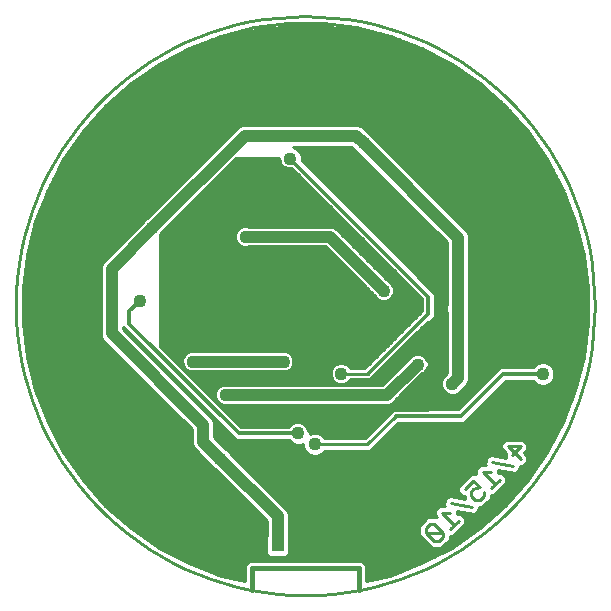
<source format=gbl>
G75*
G70*
%OFA0B0*%
%FSLAX24Y24*%
%IPPOS*%
%LPD*%
%AMOC8*
5,1,8,0,0,1.08239X$1,22.5*
%
%ADD10C,0.0110*%
%ADD11C,0.0100*%
%ADD12C,0.0160*%
%ADD13R,0.0436X0.0436*%
%ADD14C,0.0400*%
%ADD15C,0.0436*%
%ADD16C,0.0120*%
D10*
X022923Y011512D02*
X023480Y011512D01*
X023480Y011373D01*
X023341Y011234D01*
X023202Y011234D01*
X022923Y011512D01*
X022923Y011652D01*
X023063Y011791D01*
X023202Y011791D01*
X023480Y011512D01*
X023727Y011620D02*
X024005Y011899D01*
X023866Y011759D02*
X023449Y012177D01*
X023727Y012177D01*
X023765Y012494D02*
X024461Y012354D01*
X024569Y012601D02*
X024708Y012601D01*
X024847Y012741D01*
X024847Y012880D01*
X024708Y013019D02*
X024499Y013228D01*
X024221Y012949D01*
X024430Y012880D02*
X024430Y012741D01*
X024569Y012601D01*
X024430Y012880D02*
X024499Y012949D01*
X024708Y013019D01*
X025094Y012988D02*
X025373Y013266D01*
X025234Y013127D02*
X024816Y013544D01*
X025094Y013544D01*
X025133Y013861D02*
X025828Y013722D01*
X026075Y013969D02*
X025658Y014386D01*
X026075Y014386D01*
X025797Y014108D01*
D11*
X012236Y012414D02*
X011481Y013266D01*
X010835Y014203D01*
X010306Y015211D01*
X009902Y016275D01*
X009630Y017380D01*
X009493Y018510D01*
X009475Y019079D01*
X009493Y019648D01*
X009630Y020778D01*
X009902Y021883D01*
X010306Y022947D01*
X010835Y023955D01*
X011481Y024892D01*
X012236Y025744D01*
X013088Y026499D01*
X014025Y027145D01*
X015033Y027674D01*
X016097Y028078D01*
X017202Y028350D01*
X018332Y028487D01*
X018901Y028505D01*
X019470Y028487D01*
X020600Y028350D01*
X021705Y028078D01*
X022769Y027674D01*
X023777Y027145D01*
X024714Y026499D01*
X025566Y025744D01*
X026321Y024892D01*
X026967Y023955D01*
X027496Y022947D01*
X027900Y021883D01*
X028172Y020778D01*
X028309Y019648D01*
X028327Y019079D01*
X028309Y018510D01*
X028172Y017380D01*
X027900Y016275D01*
X027900Y016275D01*
X027496Y015211D01*
X026967Y014203D01*
X026321Y013266D01*
X025566Y012414D01*
X024714Y011659D01*
X023777Y011013D01*
X022769Y010484D01*
X021705Y010080D01*
X020923Y009887D01*
X020923Y010369D01*
X020885Y010461D01*
X020814Y010531D01*
X020722Y010569D01*
X017080Y010569D01*
X016988Y010531D01*
X016917Y010461D01*
X016879Y010369D01*
X016879Y009887D01*
X016097Y010080D01*
X015033Y010484D01*
X014025Y011013D01*
X013088Y011659D01*
X012236Y012414D01*
X012265Y012388D02*
X017116Y012388D01*
X017214Y012290D02*
X012376Y012290D01*
X012487Y012191D02*
X017313Y012191D01*
X017411Y012093D02*
X012599Y012093D01*
X012710Y011994D02*
X017510Y011994D01*
X017606Y011898D02*
X017606Y011394D01*
X017588Y011375D01*
X017588Y010798D01*
X017687Y010699D01*
X018264Y010699D01*
X018364Y010798D01*
X018364Y011375D01*
X018346Y011394D01*
X018346Y012125D01*
X018289Y012261D01*
X016394Y014157D01*
X016376Y014200D01*
X016267Y014310D01*
X016223Y014328D01*
X015865Y014685D01*
X015865Y015176D01*
X015809Y015312D01*
X012814Y018307D01*
X012814Y018364D01*
X012940Y018239D01*
X016581Y014597D01*
X018346Y014597D01*
X018445Y014498D01*
X018588Y014439D01*
X018742Y014439D01*
X018828Y014474D01*
X018828Y014376D01*
X018887Y014233D01*
X018996Y014124D01*
X019139Y014065D01*
X019293Y014065D01*
X019436Y014124D01*
X019545Y014233D01*
X021059Y014233D01*
X021188Y014362D01*
X021994Y015168D01*
X024193Y015168D01*
X025591Y016566D01*
X026496Y016566D01*
X026595Y016467D01*
X026737Y016407D01*
X026892Y016407D01*
X027034Y016467D01*
X027143Y016576D01*
X027203Y016718D01*
X027203Y016873D01*
X027143Y017015D01*
X027034Y017125D01*
X026892Y017184D01*
X026737Y017184D01*
X026595Y017125D01*
X026496Y017026D01*
X025400Y017026D01*
X025265Y016891D01*
X024003Y015628D01*
X021818Y015628D01*
X021683Y015493D01*
X021683Y015479D01*
X020877Y014673D01*
X019545Y014673D01*
X019436Y014782D01*
X019293Y014841D01*
X019139Y014841D01*
X019053Y014806D01*
X019053Y014904D01*
X018994Y015047D01*
X018885Y015156D01*
X018742Y015215D01*
X018588Y015215D01*
X018445Y015156D01*
X018346Y015057D01*
X016772Y015057D01*
X016105Y015724D01*
X016166Y015699D01*
X016321Y015699D01*
X016364Y015717D01*
X021691Y015717D01*
X021827Y015773D01*
X021931Y015877D01*
X022817Y016763D01*
X022861Y016781D01*
X022970Y016891D01*
X023029Y017033D01*
X023029Y017188D01*
X022970Y017330D01*
X022861Y017440D01*
X022718Y017499D01*
X022564Y017499D01*
X022421Y017440D01*
X022312Y017330D01*
X022294Y017287D01*
X021464Y016457D01*
X020298Y016457D01*
X020322Y016467D01*
X020431Y016576D01*
X021079Y016576D01*
X021088Y016585D01*
X021103Y016585D01*
X023091Y018573D01*
X023225Y018708D01*
X023225Y019470D01*
X018777Y023918D01*
X018777Y024058D01*
X018718Y024200D01*
X018609Y024310D01*
X018491Y024359D01*
X020441Y024359D01*
X020493Y024306D01*
X020511Y024263D01*
X020620Y024154D01*
X020664Y024135D01*
X023610Y021190D01*
X023610Y019101D01*
X023592Y019058D01*
X023592Y018903D01*
X023610Y018860D01*
X023610Y016821D01*
X022900Y016821D01*
X022982Y016919D02*
X023610Y016919D01*
X023610Y016821D02*
X023583Y016810D01*
X023474Y016700D01*
X023414Y016558D01*
X023414Y016403D01*
X023474Y016261D01*
X023583Y016152D01*
X023725Y016092D01*
X023880Y016092D01*
X024022Y016152D01*
X024132Y016261D01*
X024150Y016304D01*
X024293Y016448D01*
X024350Y016584D01*
X024350Y018860D01*
X024368Y018903D01*
X024368Y019058D01*
X024350Y019101D01*
X024350Y021416D01*
X024293Y021552D01*
X024189Y021656D01*
X021187Y024659D01*
X021169Y024702D01*
X021060Y024812D01*
X021016Y024830D01*
X020804Y025042D01*
X020668Y025099D01*
X016800Y025099D01*
X016664Y025042D01*
X016560Y024938D01*
X013626Y022005D01*
X013583Y021987D01*
X013474Y021878D01*
X013455Y021834D01*
X012131Y020509D01*
X012074Y020373D01*
X012074Y018080D01*
X012131Y017944D01*
X012235Y017840D01*
X015125Y014949D01*
X010443Y014949D01*
X010495Y014851D02*
X015125Y014851D01*
X015125Y014949D02*
X015125Y014458D01*
X015182Y014322D01*
X015286Y014218D01*
X015700Y013804D01*
X015718Y013761D01*
X015827Y013652D01*
X015871Y013633D01*
X017606Y011898D01*
X017606Y011896D02*
X012821Y011896D01*
X012932Y011797D02*
X017606Y011797D01*
X017606Y011699D02*
X013043Y011699D01*
X013173Y011600D02*
X017606Y011600D01*
X017606Y011502D02*
X013316Y011502D01*
X013459Y011403D02*
X017606Y011403D01*
X017588Y011305D02*
X013602Y011305D01*
X013744Y011206D02*
X017588Y011206D01*
X017588Y011108D02*
X013887Y011108D01*
X014031Y011009D02*
X017588Y011009D01*
X017588Y010911D02*
X014219Y010911D01*
X014406Y010812D02*
X017588Y010812D01*
X017672Y010714D02*
X014594Y010714D01*
X014782Y010615D02*
X023020Y010615D01*
X022832Y010517D02*
X020829Y010517D01*
X020902Y010418D02*
X022597Y010418D01*
X022337Y010320D02*
X020923Y010320D01*
X020923Y010221D02*
X022078Y010221D01*
X021818Y010123D02*
X020923Y010123D01*
X020923Y010024D02*
X021479Y010024D01*
X021079Y009926D02*
X020923Y009926D01*
X022698Y011419D02*
X022754Y011363D01*
X022977Y011141D01*
X023109Y011009D01*
X023434Y011009D01*
X023573Y011148D01*
X023705Y011280D01*
X023705Y011395D01*
X023820Y011395D01*
X023959Y011534D01*
X024091Y011666D01*
X024091Y011666D01*
X024230Y011805D01*
X024230Y011992D01*
X024099Y012124D01*
X023952Y012124D01*
X023952Y012227D01*
X024508Y012115D01*
X024664Y012219D01*
X024695Y012376D01*
X024801Y012376D01*
X024941Y012516D01*
X025072Y012647D01*
X025072Y012763D01*
X025188Y012763D01*
X025327Y012902D01*
X025459Y013034D01*
X025598Y013173D01*
X025598Y013359D01*
X025466Y013491D01*
X025319Y013491D01*
X025319Y013594D01*
X025876Y013483D01*
X026031Y013586D01*
X026062Y013744D01*
X026169Y013744D01*
X026300Y013875D01*
X026300Y014062D01*
X026185Y014177D01*
X026300Y014293D01*
X026300Y014479D01*
X026169Y014611D01*
X025565Y014611D01*
X025433Y014479D01*
X025433Y014293D01*
X025441Y014285D01*
X025572Y014154D01*
X025572Y014015D01*
X025587Y013999D01*
X025085Y014100D01*
X024930Y013996D01*
X024894Y013814D01*
X024923Y013769D01*
X024909Y013769D01*
X024909Y013769D01*
X024723Y013769D01*
X024656Y013702D01*
X024591Y013637D01*
X024591Y013453D01*
X024406Y013453D01*
X024274Y013321D01*
X023996Y013043D01*
X023996Y012856D01*
X024128Y012724D01*
X024205Y012724D01*
X024205Y012647D01*
X024220Y012632D01*
X023718Y012732D01*
X023563Y012629D01*
X023526Y012446D01*
X023556Y012402D01*
X023542Y012402D01*
X023355Y012402D01*
X023289Y012335D01*
X023224Y012270D01*
X023224Y012084D01*
X023283Y012024D01*
X023292Y012016D01*
X022969Y012016D01*
X022880Y011927D01*
X022830Y011877D01*
X022774Y011820D01*
X022698Y011745D01*
X022698Y011745D01*
X022698Y011635D01*
X022698Y011558D01*
X022698Y011558D01*
X022698Y011419D01*
X022698Y011419D01*
X022698Y011419D01*
X022714Y011403D02*
X018346Y011403D01*
X018346Y011502D02*
X022698Y011502D01*
X022698Y011600D02*
X018346Y011600D01*
X018346Y011699D02*
X022698Y011699D01*
X022698Y011745D02*
X022698Y011745D01*
X022751Y011797D02*
X018346Y011797D01*
X018346Y011896D02*
X022849Y011896D01*
X022830Y011877D02*
X022830Y011877D01*
X022948Y011994D02*
X018346Y011994D01*
X018346Y012093D02*
X023224Y012093D01*
X023224Y012191D02*
X018318Y012191D01*
X018261Y012290D02*
X023243Y012290D01*
X023342Y012388D02*
X018162Y012388D01*
X018064Y012487D02*
X023534Y012487D01*
X023542Y012402D02*
X023542Y012402D01*
X023554Y012585D02*
X017965Y012585D01*
X017867Y012684D02*
X023645Y012684D01*
X023961Y012684D02*
X024205Y012684D01*
X024070Y012782D02*
X017768Y012782D01*
X017670Y012881D02*
X023996Y012881D01*
X023996Y012979D02*
X017571Y012979D01*
X017473Y013078D02*
X024031Y013078D01*
X024130Y013176D02*
X017374Y013176D01*
X017276Y013275D02*
X024228Y013275D01*
X024327Y013373D02*
X017177Y013373D01*
X017079Y013472D02*
X024591Y013472D01*
X024591Y013570D02*
X016980Y013570D01*
X016882Y013669D02*
X024622Y013669D01*
X024721Y013767D02*
X016783Y013767D01*
X016685Y013866D02*
X024904Y013866D01*
X024924Y013964D02*
X016586Y013964D01*
X016488Y014063D02*
X025030Y014063D01*
X025270Y014063D02*
X025572Y014063D01*
X025565Y014161D02*
X019473Y014161D01*
X019216Y014453D02*
X020968Y014453D01*
X021913Y015398D01*
X021730Y015540D02*
X016289Y015540D01*
X016387Y015442D02*
X021646Y015442D01*
X021547Y015343D02*
X016486Y015343D01*
X016584Y015245D02*
X021449Y015245D01*
X021350Y015146D02*
X018894Y015146D01*
X018993Y015048D02*
X021252Y015048D01*
X021153Y014949D02*
X019034Y014949D01*
X019053Y014851D02*
X021055Y014851D01*
X020956Y014752D02*
X019466Y014752D01*
X018828Y014457D02*
X018785Y014457D01*
X018835Y014358D02*
X016192Y014358D01*
X016094Y014457D02*
X018544Y014457D01*
X018388Y014555D02*
X015995Y014555D01*
X015897Y014654D02*
X016525Y014654D01*
X016426Y014752D02*
X015865Y014752D01*
X015865Y014851D02*
X016328Y014851D01*
X016229Y014949D02*
X015865Y014949D01*
X015865Y015048D02*
X016131Y015048D01*
X016032Y015146D02*
X015865Y015146D01*
X015837Y015245D02*
X015934Y015245D01*
X015835Y015343D02*
X015778Y015343D01*
X015737Y015442D02*
X015680Y015442D01*
X015638Y015540D02*
X015581Y015540D01*
X015540Y015639D02*
X015483Y015639D01*
X015441Y015737D02*
X015384Y015737D01*
X015343Y015836D02*
X015286Y015836D01*
X015244Y015934D02*
X015187Y015934D01*
X015146Y016033D02*
X015089Y016033D01*
X015047Y016131D02*
X014990Y016131D01*
X014949Y016230D02*
X014892Y016230D01*
X014850Y016328D02*
X014793Y016328D01*
X014752Y016427D02*
X014695Y016427D01*
X014653Y016525D02*
X014596Y016525D01*
X014555Y016624D02*
X014498Y016624D01*
X014456Y016722D02*
X014399Y016722D01*
X014358Y016821D02*
X014301Y016821D01*
X014259Y016919D02*
X014202Y016919D01*
X014161Y017018D02*
X014104Y017018D01*
X014062Y017116D02*
X014005Y017116D01*
X013964Y017215D02*
X013907Y017215D01*
X013865Y017313D02*
X013808Y017313D01*
X013767Y017412D02*
X013710Y017412D01*
X013668Y017510D02*
X013611Y017510D01*
X013570Y017609D02*
X013513Y017609D01*
X013471Y017707D02*
X013414Y017707D01*
X013373Y017806D02*
X013316Y017806D01*
X013274Y017904D02*
X013217Y017904D01*
X013176Y018003D02*
X013119Y018003D01*
X013077Y018101D02*
X013020Y018101D01*
X012979Y018200D02*
X012922Y018200D01*
X012880Y018298D02*
X012823Y018298D01*
X012269Y017806D02*
X009578Y017806D01*
X009566Y017904D02*
X012171Y017904D01*
X012106Y018003D02*
X009554Y018003D01*
X009542Y018101D02*
X012074Y018101D01*
X012074Y018200D02*
X009530Y018200D01*
X009518Y018298D02*
X012074Y018298D01*
X012074Y018397D02*
X009506Y018397D01*
X009494Y018495D02*
X012074Y018495D01*
X012074Y018594D02*
X009490Y018594D01*
X009487Y018692D02*
X012074Y018692D01*
X012074Y018791D02*
X009484Y018791D01*
X009481Y018889D02*
X012074Y018889D01*
X012074Y018988D02*
X009478Y018988D01*
X009476Y019086D02*
X012074Y019086D01*
X012074Y019185D02*
X009479Y019185D01*
X009482Y019283D02*
X012074Y019283D01*
X012074Y019382D02*
X009484Y019382D01*
X009487Y019480D02*
X012074Y019480D01*
X012074Y019579D02*
X009490Y019579D01*
X009496Y019677D02*
X012074Y019677D01*
X012074Y019776D02*
X009508Y019776D01*
X009520Y019874D02*
X012074Y019874D01*
X012074Y019973D02*
X009532Y019973D01*
X009544Y020071D02*
X012074Y020071D01*
X012074Y020170D02*
X009556Y020170D01*
X009568Y020268D02*
X012074Y020268D01*
X012074Y020367D02*
X009580Y020367D01*
X009592Y020465D02*
X012113Y020465D01*
X012185Y020564D02*
X009604Y020564D01*
X009616Y020662D02*
X012284Y020662D01*
X012382Y020761D02*
X009628Y020761D01*
X009650Y020859D02*
X012481Y020859D01*
X012579Y020958D02*
X009674Y020958D01*
X009698Y021056D02*
X012678Y021056D01*
X012776Y021155D02*
X009723Y021155D01*
X009747Y021253D02*
X012875Y021253D01*
X012973Y021352D02*
X009771Y021352D01*
X009795Y021450D02*
X013072Y021450D01*
X013170Y021549D02*
X009820Y021549D01*
X009844Y021647D02*
X013269Y021647D01*
X013367Y021746D02*
X009868Y021746D01*
X009893Y021844D02*
X013460Y021844D01*
X013539Y021943D02*
X009925Y021943D01*
X009962Y022041D02*
X013663Y022041D01*
X013761Y022140D02*
X009999Y022140D01*
X010037Y022238D02*
X013860Y022238D01*
X013958Y022337D02*
X010074Y022337D01*
X010112Y022435D02*
X014057Y022435D01*
X014155Y022534D02*
X010149Y022534D01*
X010186Y022632D02*
X014254Y022632D01*
X014352Y022731D02*
X010224Y022731D01*
X010261Y022829D02*
X014451Y022829D01*
X014549Y022928D02*
X010298Y022928D01*
X010347Y023026D02*
X014648Y023026D01*
X014746Y023125D02*
X010399Y023125D01*
X010451Y023223D02*
X014845Y023223D01*
X014943Y023322D02*
X010502Y023322D01*
X010554Y023420D02*
X015042Y023420D01*
X015140Y023519D02*
X010606Y023519D01*
X010657Y023617D02*
X015239Y023617D01*
X015337Y023716D02*
X010709Y023716D01*
X010761Y023814D02*
X015436Y023814D01*
X015534Y023913D02*
X010812Y023913D01*
X010873Y024011D02*
X015633Y024011D01*
X015731Y024110D02*
X010941Y024110D01*
X011009Y024208D02*
X015830Y024208D01*
X015928Y024307D02*
X011077Y024307D01*
X011145Y024405D02*
X016027Y024405D01*
X016125Y024504D02*
X011213Y024504D01*
X011281Y024602D02*
X016224Y024602D01*
X016322Y024701D02*
X011349Y024701D01*
X011417Y024799D02*
X016421Y024799D01*
X016519Y024898D02*
X011486Y024898D01*
X011574Y024996D02*
X016618Y024996D01*
X016791Y025095D02*
X011661Y025095D01*
X011748Y025193D02*
X026054Y025193D01*
X026141Y025095D02*
X020677Y025095D01*
X020849Y024996D02*
X026228Y024996D01*
X026316Y024898D02*
X020948Y024898D01*
X021072Y024799D02*
X026385Y024799D01*
X026453Y024701D02*
X021170Y024701D01*
X021243Y024602D02*
X026521Y024602D01*
X026589Y024504D02*
X021342Y024504D01*
X021440Y024405D02*
X026657Y024405D01*
X026725Y024307D02*
X021539Y024307D01*
X021637Y024208D02*
X026793Y024208D01*
X026861Y024110D02*
X021736Y024110D01*
X021834Y024011D02*
X026929Y024011D01*
X026990Y023913D02*
X021933Y023913D01*
X022031Y023814D02*
X027041Y023814D01*
X027093Y023716D02*
X022130Y023716D01*
X022228Y023617D02*
X027145Y023617D01*
X027196Y023519D02*
X022327Y023519D01*
X022425Y023420D02*
X027248Y023420D01*
X027300Y023322D02*
X022524Y023322D01*
X022622Y023223D02*
X027351Y023223D01*
X027403Y023125D02*
X022721Y023125D01*
X022819Y023026D02*
X027455Y023026D01*
X027504Y022928D02*
X022918Y022928D01*
X023016Y022829D02*
X027541Y022829D01*
X027578Y022731D02*
X023115Y022731D01*
X023213Y022632D02*
X027616Y022632D01*
X027653Y022534D02*
X023312Y022534D01*
X023410Y022435D02*
X027690Y022435D01*
X027728Y022337D02*
X023509Y022337D01*
X023607Y022238D02*
X027765Y022238D01*
X027803Y022140D02*
X023706Y022140D01*
X023804Y022041D02*
X027840Y022041D01*
X027877Y021943D02*
X023903Y021943D01*
X024001Y021844D02*
X027909Y021844D01*
X027934Y021746D02*
X024100Y021746D01*
X024198Y021647D02*
X027958Y021647D01*
X027982Y021549D02*
X024295Y021549D01*
X024336Y021450D02*
X028007Y021450D01*
X028031Y021352D02*
X024350Y021352D01*
X024350Y021253D02*
X028055Y021253D01*
X028079Y021155D02*
X024350Y021155D01*
X024350Y021056D02*
X028104Y021056D01*
X028128Y020958D02*
X024350Y020958D01*
X024350Y020859D02*
X028152Y020859D01*
X028174Y020761D02*
X024350Y020761D01*
X024350Y020662D02*
X028186Y020662D01*
X028198Y020564D02*
X024350Y020564D01*
X024350Y020465D02*
X028210Y020465D01*
X028222Y020367D02*
X024350Y020367D01*
X024350Y020268D02*
X028234Y020268D01*
X028246Y020170D02*
X024350Y020170D01*
X024350Y020071D02*
X028258Y020071D01*
X028270Y019973D02*
X024350Y019973D01*
X024350Y019874D02*
X028282Y019874D01*
X028294Y019776D02*
X024350Y019776D01*
X024350Y019677D02*
X028306Y019677D01*
X028312Y019579D02*
X024350Y019579D01*
X024350Y019480D02*
X028315Y019480D01*
X028318Y019382D02*
X024350Y019382D01*
X024350Y019283D02*
X028321Y019283D01*
X028323Y019185D02*
X024350Y019185D01*
X024356Y019086D02*
X028326Y019086D01*
X028324Y018988D02*
X024368Y018988D01*
X024362Y018889D02*
X028321Y018889D01*
X028318Y018791D02*
X024350Y018791D01*
X024350Y018692D02*
X028315Y018692D01*
X028312Y018594D02*
X024350Y018594D01*
X024350Y018495D02*
X028308Y018495D01*
X028296Y018397D02*
X024350Y018397D01*
X024350Y018298D02*
X028284Y018298D01*
X028272Y018200D02*
X024350Y018200D01*
X024350Y018101D02*
X028260Y018101D01*
X028248Y018003D02*
X024350Y018003D01*
X024350Y017904D02*
X028236Y017904D01*
X028224Y017806D02*
X024350Y017806D01*
X024350Y017707D02*
X028212Y017707D01*
X028200Y017609D02*
X024350Y017609D01*
X024350Y017510D02*
X028188Y017510D01*
X028176Y017412D02*
X024350Y017412D01*
X024350Y017313D02*
X028156Y017313D01*
X028132Y017215D02*
X024350Y017215D01*
X024350Y017116D02*
X026586Y017116D01*
X027042Y017116D02*
X028107Y017116D01*
X028083Y017018D02*
X027141Y017018D01*
X027183Y016919D02*
X028059Y016919D01*
X028034Y016821D02*
X027203Y016821D01*
X027203Y016722D02*
X028010Y016722D01*
X027986Y016624D02*
X027163Y016624D01*
X027093Y016525D02*
X027962Y016525D01*
X027937Y016427D02*
X026938Y016427D01*
X026690Y016427D02*
X025452Y016427D01*
X025551Y016525D02*
X026536Y016525D01*
X025354Y016328D02*
X027913Y016328D01*
X027883Y016230D02*
X025255Y016230D01*
X025157Y016131D02*
X027845Y016131D01*
X027808Y016033D02*
X025058Y016033D01*
X024960Y015934D02*
X027771Y015934D01*
X027733Y015836D02*
X024861Y015836D01*
X024763Y015737D02*
X027696Y015737D01*
X027659Y015639D02*
X024664Y015639D01*
X024566Y015540D02*
X027621Y015540D01*
X027584Y015442D02*
X024467Y015442D01*
X024369Y015343D02*
X027547Y015343D01*
X027509Y015245D02*
X024270Y015245D01*
X024014Y015639D02*
X016190Y015639D01*
X016683Y015146D02*
X018435Y015146D01*
X018876Y014260D02*
X016316Y014260D01*
X016392Y014161D02*
X018959Y014161D01*
X017017Y012487D02*
X012172Y012487D01*
X012084Y012585D02*
X016919Y012585D01*
X016820Y012684D02*
X011997Y012684D01*
X011910Y012782D02*
X016722Y012782D01*
X016623Y012881D02*
X011823Y012881D01*
X011735Y012979D02*
X016525Y012979D01*
X016426Y013078D02*
X011648Y013078D01*
X011561Y013176D02*
X016328Y013176D01*
X016229Y013275D02*
X011475Y013275D01*
X011407Y013373D02*
X016131Y013373D01*
X016032Y013472D02*
X011339Y013472D01*
X011271Y013570D02*
X015934Y013570D01*
X015810Y013669D02*
X011203Y013669D01*
X011135Y013767D02*
X015715Y013767D01*
X015638Y013866D02*
X011067Y013866D01*
X010999Y013964D02*
X015540Y013964D01*
X015441Y014063D02*
X010931Y014063D01*
X010863Y014161D02*
X015343Y014161D01*
X015244Y014260D02*
X010805Y014260D01*
X010753Y014358D02*
X015167Y014358D01*
X015126Y014457D02*
X010701Y014457D01*
X010650Y014555D02*
X015125Y014555D01*
X015125Y014654D02*
X010598Y014654D01*
X010546Y014752D02*
X015125Y014752D01*
X015027Y015048D02*
X010391Y015048D01*
X010339Y015146D02*
X014929Y015146D01*
X014830Y015245D02*
X010293Y015245D01*
X010255Y015343D02*
X014732Y015343D01*
X014633Y015442D02*
X010218Y015442D01*
X010181Y015540D02*
X014535Y015540D01*
X014436Y015639D02*
X010143Y015639D01*
X010106Y015737D02*
X014338Y015737D01*
X014239Y015836D02*
X010069Y015836D01*
X010031Y015934D02*
X014141Y015934D01*
X014042Y016033D02*
X009994Y016033D01*
X009957Y016131D02*
X013944Y016131D01*
X013845Y016230D02*
X009919Y016230D01*
X009889Y016328D02*
X013747Y016328D01*
X013648Y016427D02*
X009865Y016427D01*
X009840Y016525D02*
X013550Y016525D01*
X013451Y016624D02*
X009816Y016624D01*
X009792Y016722D02*
X013353Y016722D01*
X013254Y016821D02*
X009768Y016821D01*
X009743Y016919D02*
X013156Y016919D01*
X013057Y017018D02*
X009719Y017018D01*
X009695Y017116D02*
X012959Y017116D01*
X012860Y017215D02*
X009670Y017215D01*
X009646Y017313D02*
X012762Y017313D01*
X012663Y017412D02*
X009626Y017412D01*
X009614Y017510D02*
X012565Y017510D01*
X012466Y017609D02*
X009602Y017609D01*
X009590Y017707D02*
X012368Y017707D01*
X018901Y028725D02*
X019360Y028714D01*
X019818Y028681D01*
X020274Y028627D01*
X020727Y028551D01*
X021175Y028453D01*
X021619Y028334D01*
X022056Y028194D01*
X022486Y028034D01*
X022908Y027853D01*
X023321Y027653D01*
X023724Y027433D01*
X024116Y027194D01*
X024496Y026936D01*
X024864Y026661D01*
X025218Y026369D01*
X025558Y026060D01*
X025882Y025736D01*
X026191Y025396D01*
X026483Y025042D01*
X026758Y024674D01*
X027016Y024294D01*
X027255Y023902D01*
X027475Y023499D01*
X027675Y023086D01*
X027856Y022664D01*
X028016Y022234D01*
X028156Y021797D01*
X028275Y021353D01*
X028373Y020905D01*
X028449Y020452D01*
X028503Y019996D01*
X028536Y019538D01*
X028547Y019079D01*
X025393Y017018D02*
X024350Y017018D01*
X024350Y016919D02*
X025294Y016919D01*
X025196Y016821D02*
X024350Y016821D01*
X024350Y016722D02*
X025097Y016722D01*
X024999Y016624D02*
X024350Y016624D01*
X024325Y016525D02*
X024900Y016525D01*
X024802Y016427D02*
X024272Y016427D01*
X024174Y016328D02*
X024703Y016328D01*
X024605Y016230D02*
X024101Y016230D01*
X023974Y016131D02*
X024506Y016131D01*
X024408Y016033D02*
X022087Y016033D01*
X022185Y016131D02*
X023632Y016131D01*
X023504Y016230D02*
X022284Y016230D01*
X022382Y016328D02*
X023446Y016328D01*
X023414Y016427D02*
X022481Y016427D01*
X022579Y016525D02*
X023414Y016525D01*
X023442Y016624D02*
X022678Y016624D01*
X022776Y016722D02*
X023495Y016722D01*
X023610Y017018D02*
X023023Y017018D01*
X023029Y017116D02*
X023610Y017116D01*
X023610Y017215D02*
X023018Y017215D01*
X022977Y017313D02*
X023610Y017313D01*
X023610Y017412D02*
X022889Y017412D01*
X022394Y017412D02*
X021929Y017412D01*
X021831Y017313D02*
X022305Y017313D01*
X022222Y017215D02*
X021732Y017215D01*
X021634Y017116D02*
X022124Y017116D01*
X022025Y017018D02*
X021535Y017018D01*
X021437Y016919D02*
X021927Y016919D01*
X021828Y016821D02*
X021338Y016821D01*
X021240Y016722D02*
X021730Y016722D01*
X021631Y016624D02*
X021141Y016624D01*
X020988Y016796D02*
X020102Y016796D01*
X020380Y016525D02*
X021533Y016525D01*
X021007Y016815D02*
X020988Y016796D01*
X022028Y017510D02*
X023610Y017510D01*
X023610Y017609D02*
X022126Y017609D01*
X022225Y017707D02*
X023610Y017707D01*
X023610Y017806D02*
X022323Y017806D01*
X022422Y017904D02*
X023610Y017904D01*
X023610Y018003D02*
X022520Y018003D01*
X022619Y018101D02*
X023610Y018101D01*
X023610Y018200D02*
X022717Y018200D01*
X022816Y018298D02*
X023610Y018298D01*
X023610Y018397D02*
X022914Y018397D01*
X023013Y018495D02*
X023610Y018495D01*
X023610Y018594D02*
X023111Y018594D01*
X023210Y018692D02*
X023610Y018692D01*
X023610Y018791D02*
X023225Y018791D01*
X023225Y018889D02*
X023597Y018889D01*
X023592Y018988D02*
X023225Y018988D01*
X023225Y019086D02*
X023603Y019086D01*
X023610Y019185D02*
X023225Y019185D01*
X023225Y019283D02*
X023610Y019283D01*
X023610Y019382D02*
X023225Y019382D01*
X023215Y019480D02*
X023610Y019480D01*
X023610Y019579D02*
X023116Y019579D01*
X023018Y019677D02*
X023610Y019677D01*
X023610Y019776D02*
X022919Y019776D01*
X022821Y019874D02*
X023610Y019874D01*
X023610Y019973D02*
X022722Y019973D01*
X022624Y020071D02*
X023610Y020071D01*
X023610Y020170D02*
X022525Y020170D01*
X022427Y020268D02*
X023610Y020268D01*
X023610Y020367D02*
X022328Y020367D01*
X022230Y020465D02*
X023610Y020465D01*
X023610Y020564D02*
X022131Y020564D01*
X022033Y020662D02*
X023610Y020662D01*
X023610Y020761D02*
X021934Y020761D01*
X021836Y020859D02*
X023610Y020859D01*
X023610Y020958D02*
X021737Y020958D01*
X021639Y021056D02*
X023610Y021056D01*
X023610Y021155D02*
X021540Y021155D01*
X021442Y021253D02*
X023546Y021253D01*
X023447Y021352D02*
X021343Y021352D01*
X021245Y021450D02*
X023349Y021450D01*
X023250Y021549D02*
X021146Y021549D01*
X021048Y021647D02*
X023152Y021647D01*
X023053Y021746D02*
X020949Y021746D01*
X020851Y021844D02*
X022955Y021844D01*
X022856Y021943D02*
X020752Y021943D01*
X020654Y022041D02*
X022758Y022041D01*
X022659Y022140D02*
X020555Y022140D01*
X020457Y022238D02*
X022561Y022238D01*
X022462Y022337D02*
X020358Y022337D01*
X020260Y022435D02*
X022364Y022435D01*
X022265Y022534D02*
X020161Y022534D01*
X020063Y022632D02*
X022167Y022632D01*
X022068Y022731D02*
X019964Y022731D01*
X019866Y022829D02*
X021970Y022829D01*
X021871Y022928D02*
X019767Y022928D01*
X019669Y023026D02*
X021773Y023026D01*
X021674Y023125D02*
X019570Y023125D01*
X019472Y023223D02*
X021576Y023223D01*
X021477Y023322D02*
X019373Y023322D01*
X019275Y023420D02*
X021379Y023420D01*
X021280Y023519D02*
X019176Y023519D01*
X019078Y023617D02*
X021182Y023617D01*
X021083Y023716D02*
X018979Y023716D01*
X018881Y023814D02*
X020985Y023814D01*
X020886Y023913D02*
X018782Y023913D01*
X018777Y024011D02*
X020788Y024011D01*
X020689Y024110D02*
X018756Y024110D01*
X018710Y024208D02*
X020565Y024208D01*
X020492Y024307D02*
X018612Y024307D01*
X015244Y027754D02*
X022558Y027754D01*
X022804Y027656D02*
X014998Y027656D01*
X014810Y027557D02*
X022992Y027557D01*
X023180Y027459D02*
X014622Y027459D01*
X014435Y027360D02*
X023367Y027360D01*
X023555Y027262D02*
X014247Y027262D01*
X014059Y027163D02*
X023743Y027163D01*
X023894Y027065D02*
X013908Y027065D01*
X013766Y026966D02*
X024036Y026966D01*
X024179Y026868D02*
X013623Y026868D01*
X013480Y026769D02*
X024322Y026769D01*
X024465Y026671D02*
X013337Y026671D01*
X013195Y026572D02*
X024607Y026572D01*
X024742Y026474D02*
X013060Y026474D01*
X012949Y026375D02*
X024853Y026375D01*
X024964Y026277D02*
X012838Y026277D01*
X012726Y026178D02*
X025076Y026178D01*
X025187Y026080D02*
X012615Y026080D01*
X012504Y025981D02*
X025298Y025981D01*
X025409Y025883D02*
X012393Y025883D01*
X012282Y025784D02*
X025520Y025784D01*
X025617Y025686D02*
X012185Y025686D01*
X012097Y025587D02*
X025705Y025587D01*
X025792Y025489D02*
X012010Y025489D01*
X011923Y025390D02*
X025879Y025390D01*
X025966Y025292D02*
X011836Y025292D01*
X015504Y027853D02*
X022298Y027853D01*
X022039Y027951D02*
X015763Y027951D01*
X016023Y028050D02*
X021779Y028050D01*
X021419Y028148D02*
X016383Y028148D01*
X016782Y028247D02*
X021020Y028247D01*
X020620Y028345D02*
X017182Y028345D01*
X017973Y028444D02*
X019829Y028444D01*
X018901Y028505D02*
X018901Y028505D01*
X028547Y019079D02*
X028536Y018620D01*
X028503Y018162D01*
X028449Y017706D01*
X028373Y017253D01*
X028275Y016805D01*
X028156Y016361D01*
X028016Y015924D01*
X027856Y015494D01*
X027675Y015072D01*
X027475Y014659D01*
X027255Y014256D01*
X027016Y013864D01*
X026758Y013484D01*
X026483Y013116D01*
X026191Y012762D01*
X025882Y012422D01*
X025558Y012098D01*
X025218Y011789D01*
X024864Y011497D01*
X024496Y011222D01*
X024116Y010964D01*
X023724Y010725D01*
X023321Y010505D01*
X022908Y010305D01*
X022486Y010124D01*
X022056Y009964D01*
X021619Y009824D01*
X021175Y009705D01*
X020727Y009607D01*
X020274Y009531D01*
X019818Y009477D01*
X019360Y009444D01*
X018901Y009433D01*
X018279Y010714D02*
X023208Y010714D01*
X023396Y010812D02*
X018364Y010812D01*
X018364Y010911D02*
X023583Y010911D01*
X023434Y011009D02*
X023771Y011009D01*
X023915Y011108D02*
X023533Y011108D01*
X023631Y011206D02*
X024058Y011206D01*
X024201Y011305D02*
X023705Y011305D01*
X023828Y011403D02*
X024343Y011403D01*
X024486Y011502D02*
X023927Y011502D01*
X023959Y011534D02*
X023959Y011534D01*
X024025Y011600D02*
X024629Y011600D01*
X024759Y011699D02*
X024124Y011699D01*
X024222Y011797D02*
X024870Y011797D01*
X024981Y011896D02*
X024230Y011896D01*
X024228Y011994D02*
X025092Y011994D01*
X025203Y012093D02*
X024129Y012093D01*
X024129Y012191D02*
X023952Y012191D01*
X024622Y012191D02*
X025315Y012191D01*
X025426Y012290D02*
X024678Y012290D01*
X024813Y012388D02*
X025537Y012388D01*
X025630Y012487D02*
X024912Y012487D01*
X025010Y012585D02*
X025718Y012585D01*
X025805Y012684D02*
X025072Y012684D01*
X025207Y012782D02*
X025892Y012782D01*
X025980Y012881D02*
X025306Y012881D01*
X025327Y012902D02*
X025327Y012902D01*
X025404Y012979D02*
X026067Y012979D01*
X026154Y013078D02*
X025503Y013078D01*
X025459Y013034D02*
X025459Y013034D01*
X025598Y013176D02*
X026241Y013176D01*
X026327Y013275D02*
X025598Y013275D01*
X025583Y013373D02*
X026395Y013373D01*
X026463Y013472D02*
X025485Y013472D01*
X025438Y013570D02*
X025319Y013570D01*
X026007Y013570D02*
X026531Y013570D01*
X026599Y013669D02*
X026047Y013669D01*
X026192Y013767D02*
X026667Y013767D01*
X026735Y013866D02*
X026291Y013866D01*
X026300Y013964D02*
X026803Y013964D01*
X026871Y014063D02*
X026299Y014063D01*
X026201Y014161D02*
X026939Y014161D01*
X026997Y014260D02*
X026267Y014260D01*
X026300Y014358D02*
X027049Y014358D01*
X027101Y014457D02*
X026300Y014457D01*
X026225Y014555D02*
X027152Y014555D01*
X027204Y014654D02*
X021480Y014654D01*
X021578Y014752D02*
X027256Y014752D01*
X027307Y014851D02*
X021677Y014851D01*
X021775Y014949D02*
X027359Y014949D01*
X027411Y015048D02*
X021874Y015048D01*
X021972Y015146D02*
X027463Y015146D01*
X025509Y014555D02*
X021381Y014555D01*
X021283Y014457D02*
X025433Y014457D01*
X025433Y014358D02*
X021184Y014358D01*
X021188Y014362D02*
X021188Y014362D01*
X021086Y014260D02*
X025466Y014260D01*
X024112Y015737D02*
X021741Y015737D01*
X021890Y015836D02*
X024211Y015836D01*
X024309Y015934D02*
X021988Y015934D01*
X018901Y009433D02*
X018442Y009444D01*
X017984Y009477D01*
X017528Y009531D01*
X017075Y009607D01*
X016627Y009705D01*
X016183Y009824D01*
X015746Y009964D01*
X015316Y010124D01*
X014894Y010305D01*
X014481Y010505D01*
X014078Y010725D01*
X013686Y010964D01*
X013306Y011222D01*
X012938Y011497D01*
X012584Y011789D01*
X012244Y012098D01*
X011920Y012422D01*
X011611Y012762D01*
X011319Y013116D01*
X011044Y013484D01*
X010786Y013864D01*
X010547Y014256D01*
X010327Y014659D01*
X010127Y015072D01*
X009946Y015494D01*
X009786Y015924D01*
X009646Y016361D01*
X009527Y016805D01*
X009429Y017253D01*
X009353Y017706D01*
X009299Y018162D01*
X009266Y018620D01*
X009255Y019079D01*
X014970Y010517D02*
X016973Y010517D01*
X016900Y010418D02*
X015205Y010418D01*
X015465Y010320D02*
X016879Y010320D01*
X016879Y010221D02*
X015724Y010221D01*
X015984Y010123D02*
X016879Y010123D01*
X016879Y010024D02*
X016323Y010024D01*
X016723Y009926D02*
X016879Y009926D01*
X018364Y011009D02*
X023108Y011009D01*
X023010Y011108D02*
X018364Y011108D01*
X018364Y011206D02*
X022911Y011206D01*
X022977Y011141D02*
X022977Y011141D01*
X022813Y011305D02*
X018364Y011305D01*
X009255Y019079D02*
X009266Y019538D01*
X009299Y019996D01*
X009353Y020452D01*
X009429Y020905D01*
X009527Y021353D01*
X009646Y021797D01*
X009786Y022234D01*
X009946Y022664D01*
X010127Y023086D01*
X010327Y023499D01*
X010547Y023902D01*
X010786Y024294D01*
X011044Y024674D01*
X011319Y025042D01*
X011611Y025396D01*
X011920Y025736D01*
X012244Y026060D01*
X012584Y026369D01*
X012938Y026661D01*
X013306Y026936D01*
X013686Y027194D01*
X014078Y027433D01*
X014481Y027653D01*
X014894Y027853D01*
X015316Y028034D01*
X015746Y028194D01*
X016183Y028334D01*
X016627Y028453D01*
X017075Y028551D01*
X017528Y028627D01*
X017984Y028681D01*
X018442Y028714D01*
X018901Y028725D01*
D12*
X017129Y010319D02*
X020673Y010319D01*
X020673Y009610D01*
X017129Y009591D02*
X017129Y010319D01*
D13*
X017976Y011087D03*
X010712Y019335D03*
X026342Y021736D03*
D14*
X023980Y021343D02*
X023980Y018981D01*
X023980Y016658D01*
X023803Y016481D01*
X022641Y017110D02*
X021618Y016087D01*
X016244Y016087D01*
X015495Y015103D02*
X012444Y018154D01*
X012444Y020299D01*
X013803Y021658D01*
X016873Y024729D01*
X020594Y024729D01*
X020840Y024483D01*
X023980Y021343D01*
X021519Y019571D02*
X019728Y021362D01*
X016913Y021362D01*
X018173Y017209D02*
X015161Y017209D01*
X015495Y015103D02*
X015495Y014532D01*
X016047Y013981D01*
X017976Y012051D01*
X017976Y011087D01*
D15*
X016047Y013981D03*
X016244Y016087D03*
X015161Y017209D03*
X013389Y019236D03*
X013803Y021658D03*
X016913Y021362D03*
X018960Y020575D03*
X021519Y019571D03*
X022641Y017110D03*
X023803Y016481D03*
X023980Y018981D03*
X026814Y016796D03*
X020102Y016796D03*
X018960Y017780D03*
X018173Y017209D03*
X018665Y014827D03*
X019216Y014453D03*
X018389Y023981D03*
X020840Y024483D03*
D16*
X019263Y022824D02*
X015450Y022824D01*
X015568Y022942D02*
X019145Y022942D01*
X019026Y023061D02*
X015687Y023061D01*
X015805Y023179D02*
X018908Y023179D01*
X018789Y023298D02*
X015924Y023298D01*
X016042Y023416D02*
X018671Y023416D01*
X018552Y023535D02*
X016161Y023535D01*
X016279Y023653D02*
X018243Y023653D01*
X018186Y023677D02*
X018318Y023622D01*
X018460Y023622D01*
X018463Y023624D01*
X022795Y019291D01*
X022795Y018886D01*
X020895Y016986D01*
X020411Y016986D01*
X020405Y016998D01*
X020305Y017099D01*
X020173Y017154D01*
X020031Y017154D01*
X019899Y017099D01*
X019798Y016998D01*
X019744Y016867D01*
X019744Y016724D01*
X019798Y016593D01*
X019899Y016492D01*
X020031Y016437D01*
X020173Y016437D01*
X020305Y016492D01*
X020405Y016593D01*
X020411Y016606D01*
X021066Y016606D01*
X021076Y016615D01*
X021090Y016615D01*
X022976Y018501D01*
X022976Y017238D01*
X022945Y017313D01*
X022844Y017414D01*
X022712Y017469D01*
X022570Y017469D01*
X022438Y017414D01*
X022338Y017313D01*
X022319Y017270D01*
X021477Y016427D01*
X016358Y016427D01*
X016315Y016445D01*
X016172Y016445D01*
X016041Y016390D01*
X015940Y016290D01*
X015885Y016158D01*
X015885Y016016D01*
X015940Y015884D01*
X016041Y015783D01*
X016172Y015729D01*
X016315Y015729D01*
X016358Y015747D01*
X021685Y015747D01*
X021810Y015799D01*
X021906Y015894D01*
X022800Y016789D01*
X022844Y016807D01*
X022945Y016908D01*
X022976Y016983D01*
X022976Y015598D01*
X021830Y015598D01*
X021713Y015481D01*
X021713Y015467D01*
X021152Y014906D01*
X019020Y014906D01*
X018968Y015030D01*
X018868Y015131D01*
X018736Y015185D01*
X018594Y015185D01*
X018462Y015131D01*
X018361Y015030D01*
X018360Y015027D01*
X016759Y015027D01*
X014078Y017708D01*
X014078Y021427D01*
X014106Y021455D01*
X014124Y021499D01*
X016587Y023961D01*
X018031Y023961D01*
X018031Y023909D01*
X018086Y023778D01*
X018186Y023677D01*
X018091Y023772D02*
X016398Y023772D01*
X016516Y023890D02*
X018039Y023890D01*
X018389Y023981D02*
X022995Y019374D01*
X022995Y018803D01*
X021007Y016815D01*
X021137Y016662D02*
X021712Y016662D01*
X021830Y016780D02*
X021255Y016780D01*
X021374Y016899D02*
X021949Y016899D01*
X022067Y017017D02*
X021492Y017017D01*
X021611Y017136D02*
X022186Y017136D01*
X022304Y017254D02*
X021729Y017254D01*
X021848Y017373D02*
X022397Y017373D01*
X022085Y017610D02*
X022976Y017610D01*
X022976Y017728D02*
X022203Y017728D01*
X022322Y017847D02*
X022976Y017847D01*
X022976Y017965D02*
X022440Y017965D01*
X022559Y018084D02*
X022976Y018084D01*
X022976Y018202D02*
X022677Y018202D01*
X022796Y018321D02*
X022976Y018321D01*
X022976Y018439D02*
X022914Y018439D01*
X022586Y018676D02*
X014078Y018676D01*
X014078Y018558D02*
X022467Y018558D01*
X022349Y018439D02*
X014078Y018439D01*
X014078Y018321D02*
X022230Y018321D01*
X022112Y018202D02*
X014078Y018202D01*
X014078Y018084D02*
X021993Y018084D01*
X021875Y017965D02*
X014078Y017965D01*
X014078Y017847D02*
X021756Y017847D01*
X021638Y017728D02*
X014078Y017728D01*
X014177Y017610D02*
X021519Y017610D01*
X021401Y017491D02*
X018397Y017491D01*
X018376Y017513D02*
X018244Y017567D01*
X018101Y017567D01*
X018058Y017549D01*
X015276Y017549D01*
X015232Y017567D01*
X015090Y017567D01*
X014958Y017513D01*
X014857Y017412D01*
X014803Y017280D01*
X014803Y017138D01*
X014857Y017006D01*
X014958Y016905D01*
X015090Y016851D01*
X015232Y016851D01*
X015276Y016869D01*
X018058Y016869D01*
X018101Y016851D01*
X018244Y016851D01*
X018376Y016905D01*
X018476Y017006D01*
X018531Y017138D01*
X018531Y017280D01*
X018476Y017412D01*
X018376Y017513D01*
X018492Y017373D02*
X021282Y017373D01*
X021164Y017254D02*
X018531Y017254D01*
X018530Y017136D02*
X019988Y017136D01*
X019817Y017017D02*
X018481Y017017D01*
X018360Y016899D02*
X019757Y016899D01*
X019744Y016780D02*
X015006Y016780D01*
X014974Y016899D02*
X014888Y016899D01*
X014853Y017017D02*
X014769Y017017D01*
X014804Y017136D02*
X014651Y017136D01*
X014532Y017254D02*
X014803Y017254D01*
X014841Y017373D02*
X014414Y017373D01*
X014295Y017491D02*
X014937Y017491D01*
X015125Y016662D02*
X019770Y016662D01*
X019848Y016543D02*
X015243Y016543D01*
X015362Y016425D02*
X016124Y016425D01*
X015957Y016306D02*
X015480Y016306D01*
X015599Y016188D02*
X015898Y016188D01*
X015885Y016069D02*
X015717Y016069D01*
X015836Y015951D02*
X015912Y015951D01*
X015954Y015832D02*
X015992Y015832D01*
X016073Y015714D02*
X022976Y015714D01*
X022976Y015832D02*
X021844Y015832D01*
X021962Y015951D02*
X022976Y015951D01*
X022976Y016069D02*
X022081Y016069D01*
X022199Y016188D02*
X022976Y016188D01*
X022976Y016306D02*
X022318Y016306D01*
X022436Y016425D02*
X022976Y016425D01*
X022976Y016543D02*
X022555Y016543D01*
X022673Y016662D02*
X022976Y016662D01*
X022976Y016780D02*
X022792Y016780D01*
X022936Y016899D02*
X022976Y016899D01*
X022969Y017254D02*
X022976Y017254D01*
X022976Y017373D02*
X022885Y017373D01*
X022976Y017491D02*
X021966Y017491D01*
X021045Y017136D02*
X020216Y017136D01*
X020386Y017017D02*
X020927Y017017D01*
X020356Y016543D02*
X021593Y016543D01*
X021827Y015595D02*
X016191Y015595D01*
X016310Y015477D02*
X021713Y015477D01*
X021605Y015358D02*
X016428Y015358D01*
X016547Y015240D02*
X021486Y015240D01*
X021368Y015121D02*
X018877Y015121D01*
X018980Y015003D02*
X021249Y015003D01*
X021913Y015398D02*
X024098Y015398D01*
X025495Y016796D01*
X026814Y016796D01*
X022795Y018913D02*
X014078Y018913D01*
X014078Y018795D02*
X022704Y018795D01*
X022795Y019032D02*
X014078Y019032D01*
X014078Y019150D02*
X022795Y019150D01*
X022795Y019269D02*
X021723Y019269D01*
X021722Y019268D02*
X021823Y019368D01*
X021877Y019500D01*
X021877Y019642D01*
X021823Y019774D01*
X021722Y019875D01*
X021678Y019893D01*
X019920Y021651D01*
X019795Y021702D01*
X017028Y021702D01*
X016984Y021721D01*
X016842Y021721D01*
X016710Y021666D01*
X016609Y021565D01*
X016555Y021434D01*
X016555Y021291D01*
X016609Y021160D01*
X016710Y021059D01*
X016842Y021004D01*
X016984Y021004D01*
X017028Y021022D01*
X019587Y021022D01*
X021197Y019412D01*
X021216Y019368D01*
X021316Y019268D01*
X021448Y019213D01*
X021590Y019213D01*
X021722Y019268D01*
X021831Y019387D02*
X022700Y019387D01*
X022581Y019506D02*
X021877Y019506D01*
X021877Y019624D02*
X022463Y019624D01*
X022344Y019743D02*
X021836Y019743D01*
X021735Y019861D02*
X022226Y019861D01*
X022107Y019980D02*
X021591Y019980D01*
X021473Y020098D02*
X021989Y020098D01*
X021870Y020217D02*
X021354Y020217D01*
X021236Y020335D02*
X021752Y020335D01*
X021633Y020454D02*
X021117Y020454D01*
X020999Y020572D02*
X021515Y020572D01*
X021396Y020691D02*
X020880Y020691D01*
X020762Y020809D02*
X021278Y020809D01*
X021159Y020928D02*
X020643Y020928D01*
X020525Y021046D02*
X021041Y021046D01*
X020922Y021165D02*
X020406Y021165D01*
X020288Y021283D02*
X020804Y021283D01*
X020685Y021402D02*
X020169Y021402D01*
X020051Y021520D02*
X020567Y021520D01*
X020448Y021639D02*
X019932Y021639D01*
X020211Y021876D02*
X014502Y021876D01*
X014620Y021994D02*
X020093Y021994D01*
X019974Y022113D02*
X014739Y022113D01*
X014857Y022231D02*
X019856Y022231D01*
X019737Y022350D02*
X014976Y022350D01*
X015094Y022468D02*
X019619Y022468D01*
X019500Y022587D02*
X015213Y022587D01*
X015331Y022705D02*
X019382Y022705D01*
X020330Y021757D02*
X014383Y021757D01*
X014265Y021639D02*
X016683Y021639D01*
X016591Y021520D02*
X014146Y021520D01*
X014078Y021402D02*
X016555Y021402D01*
X016558Y021283D02*
X014078Y021283D01*
X014078Y021165D02*
X016607Y021165D01*
X016740Y021046D02*
X014078Y021046D01*
X014078Y020928D02*
X019682Y020928D01*
X019800Y020809D02*
X014078Y020809D01*
X014078Y020691D02*
X019919Y020691D01*
X020037Y020572D02*
X014078Y020572D01*
X014078Y020454D02*
X020156Y020454D01*
X020274Y020335D02*
X014078Y020335D01*
X014078Y020217D02*
X020393Y020217D01*
X020511Y020098D02*
X014078Y020098D01*
X014078Y019980D02*
X020630Y019980D01*
X020748Y019861D02*
X014078Y019861D01*
X014078Y019743D02*
X020867Y019743D01*
X020985Y019624D02*
X014078Y019624D01*
X014078Y019506D02*
X021104Y019506D01*
X021208Y019387D02*
X014078Y019387D01*
X014078Y019269D02*
X021315Y019269D01*
X018453Y015121D02*
X016665Y015121D01*
X016677Y014827D02*
X013035Y018469D01*
X013035Y018882D01*
X013389Y019236D01*
X016677Y014827D02*
X018665Y014827D01*
M02*

</source>
